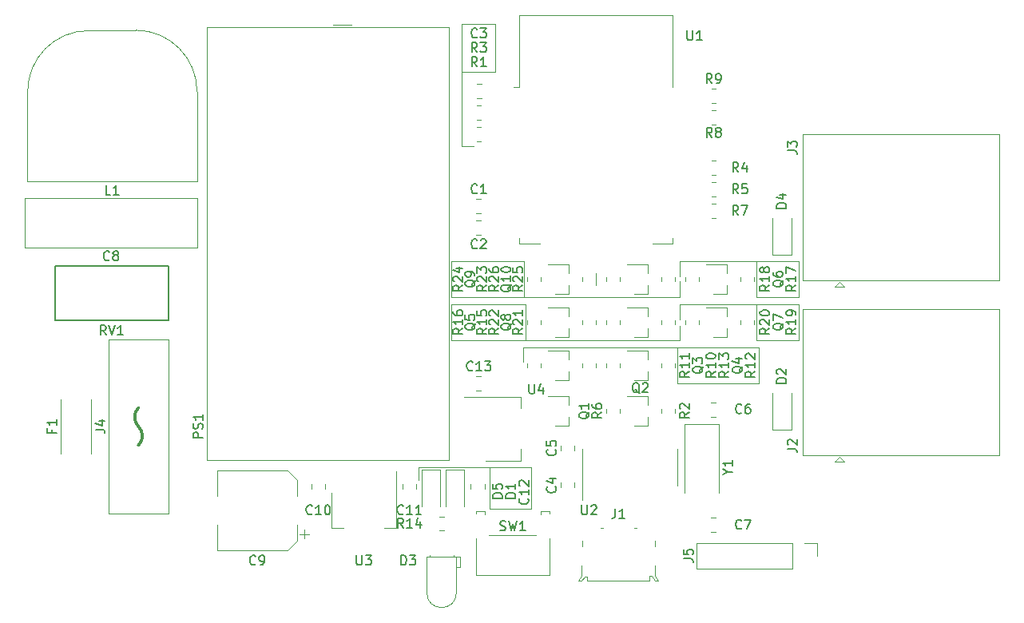
<source format=gbr>
%TF.GenerationSoftware,KiCad,Pcbnew,(5.1.9)-1*%
%TF.CreationDate,2022-09-19T23:43:11+03:00*%
%TF.ProjectId,ESP8266DevBoard,45535038-3236-4364-9465-76426f617264,1.1*%
%TF.SameCoordinates,Original*%
%TF.FileFunction,Legend,Top*%
%TF.FilePolarity,Positive*%
%FSLAX46Y46*%
G04 Gerber Fmt 4.6, Leading zero omitted, Abs format (unit mm)*
G04 Created by KiCad (PCBNEW (5.1.9)-1) date 2022-09-19 23:43:11*
%MOMM*%
%LPD*%
G01*
G04 APERTURE LIST*
%ADD10C,0.120000*%
%ADD11C,0.150000*%
%ADD12C,0.300000*%
G04 APERTURE END LIST*
D10*
X186690000Y-74930000D02*
X186690000Y-71120000D01*
X191135000Y-74930000D02*
X186690000Y-74930000D01*
X191135000Y-71120000D02*
X191135000Y-74930000D01*
X178562000Y-71120000D02*
X191135000Y-71120000D01*
X178562000Y-72771000D02*
X178562000Y-71120000D01*
X186690000Y-70358000D02*
X186690000Y-66548000D01*
X191135000Y-70358000D02*
X186690000Y-70358000D01*
X191135000Y-66548000D02*
X191135000Y-70358000D01*
X178562000Y-66548000D02*
X191135000Y-66548000D01*
X178562000Y-68199000D02*
X178562000Y-66548000D01*
X178562000Y-70358000D02*
X178562000Y-68707000D01*
X154305000Y-70358000D02*
X178562000Y-70358000D01*
X154305000Y-66548000D02*
X154305000Y-70358000D01*
X162052000Y-66548000D02*
X154305000Y-66548000D01*
X162052000Y-70358000D02*
X162052000Y-66548000D01*
X162179000Y-71120000D02*
X162179000Y-74930000D01*
X154305000Y-71120000D02*
X162179000Y-71120000D01*
X154305000Y-74930000D02*
X154305000Y-71120000D01*
X178562000Y-74930000D02*
X154305000Y-74930000D01*
X178562000Y-73406000D02*
X178562000Y-74930000D01*
X178308000Y-79502000D02*
X178308000Y-75692000D01*
X186944000Y-79502000D02*
X178308000Y-79502000D01*
X186944000Y-75692000D02*
X186944000Y-79502000D01*
X161925000Y-75692000D02*
X186944000Y-75692000D01*
X161925000Y-77216000D02*
X161925000Y-75692000D01*
X158369000Y-92837000D02*
X158369000Y-88392000D01*
X162814000Y-92837000D02*
X158369000Y-92837000D01*
X162814000Y-88392000D02*
X162814000Y-92837000D01*
X150876000Y-88392000D02*
X162814000Y-88392000D01*
X150876000Y-89789000D02*
X150876000Y-88392000D01*
X155448000Y-46482000D02*
X155448000Y-41402000D01*
X155448000Y-54356000D02*
X156718000Y-54356000D01*
X155448000Y-54102000D02*
X155448000Y-54356000D01*
X155448000Y-46482000D02*
X155448000Y-54102000D01*
X159004000Y-46482000D02*
X155448000Y-46482000D01*
X159004000Y-41402000D02*
X159004000Y-46482000D01*
X155448000Y-41402000D02*
X159004000Y-41402000D01*
X169672000Y-67818000D02*
X169672000Y-69088000D01*
%TO.C,J5*%
X180280000Y-96460000D02*
X180280000Y-99120000D01*
X190500000Y-96460000D02*
X180280000Y-96460000D01*
X190500000Y-99120000D02*
X180280000Y-99120000D01*
X190500000Y-96460000D02*
X190500000Y-99120000D01*
X191770000Y-96460000D02*
X193100000Y-96460000D01*
X193100000Y-96460000D02*
X193100000Y-97790000D01*
%TO.C,U4*%
X155666000Y-80918000D02*
X161676000Y-80918000D01*
X157916000Y-87738000D02*
X161676000Y-87738000D01*
X161676000Y-80918000D02*
X161676000Y-82178000D01*
X161676000Y-87738000D02*
X161676000Y-86478000D01*
%TO.C,R26*%
X170715000Y-68225936D02*
X170715000Y-68680064D01*
X172185000Y-68225936D02*
X172185000Y-68680064D01*
%TO.C,R25*%
X178027000Y-68680064D02*
X178027000Y-68225936D01*
X176557000Y-68680064D02*
X176557000Y-68225936D01*
%TO.C,R24*%
X162333000Y-68225936D02*
X162333000Y-68680064D01*
X163803000Y-68225936D02*
X163803000Y-68680064D01*
%TO.C,R23*%
X169645000Y-68680064D02*
X169645000Y-68225936D01*
X168175000Y-68680064D02*
X168175000Y-68225936D01*
%TO.C,R22*%
X170715000Y-72797936D02*
X170715000Y-73252064D01*
X172185000Y-72797936D02*
X172185000Y-73252064D01*
%TO.C,R21*%
X176557000Y-72797936D02*
X176557000Y-73252064D01*
X178027000Y-72797936D02*
X178027000Y-73252064D01*
%TO.C,R20*%
X179097000Y-72797936D02*
X179097000Y-73252064D01*
X180567000Y-72797936D02*
X180567000Y-73252064D01*
%TO.C,R19*%
X184939000Y-72797936D02*
X184939000Y-73252064D01*
X186409000Y-72797936D02*
X186409000Y-73252064D01*
%TO.C,Q10*%
X175131000Y-70033000D02*
X173671000Y-70033000D01*
X175131000Y-66873000D02*
X172971000Y-66873000D01*
X175131000Y-66873000D02*
X175131000Y-67803000D01*
X175131000Y-70033000D02*
X175131000Y-69103000D01*
%TO.C,Q9*%
X166749000Y-70033000D02*
X165289000Y-70033000D01*
X166749000Y-66873000D02*
X164589000Y-66873000D01*
X166749000Y-66873000D02*
X166749000Y-67803000D01*
X166749000Y-70033000D02*
X166749000Y-69103000D01*
%TO.C,Q8*%
X175131000Y-74605000D02*
X173671000Y-74605000D01*
X175131000Y-71445000D02*
X172971000Y-71445000D01*
X175131000Y-71445000D02*
X175131000Y-72375000D01*
X175131000Y-74605000D02*
X175131000Y-73675000D01*
%TO.C,Q7*%
X183513000Y-74605000D02*
X182053000Y-74605000D01*
X183513000Y-71445000D02*
X181353000Y-71445000D01*
X183513000Y-71445000D02*
X183513000Y-72375000D01*
X183513000Y-74605000D02*
X183513000Y-73675000D01*
%TO.C,J3*%
X195953000Y-69278000D02*
X195453000Y-68778000D01*
X194953000Y-69278000D02*
X195953000Y-69278000D01*
X195453000Y-68778000D02*
X194953000Y-69278000D01*
X212373000Y-68593000D02*
X212373000Y-53073000D01*
X191573000Y-53073000D02*
X212373000Y-53073000D01*
X191573000Y-53073000D02*
X191573000Y-68593000D01*
X191573000Y-68593000D02*
X212373000Y-68593000D01*
%TO.C,J2*%
X195953000Y-87820000D02*
X195453000Y-87320000D01*
X194953000Y-87820000D02*
X195953000Y-87820000D01*
X195453000Y-87320000D02*
X194953000Y-87820000D01*
X212373000Y-87135000D02*
X212373000Y-71615000D01*
X191573000Y-71615000D02*
X212373000Y-71615000D01*
X191573000Y-71615000D02*
X191573000Y-87135000D01*
X191573000Y-87135000D02*
X212373000Y-87135000D01*
%TO.C,Y1*%
X179048000Y-83842000D02*
X179048000Y-91092000D01*
X182648000Y-83842000D02*
X179048000Y-83842000D01*
X182648000Y-91092000D02*
X182648000Y-83842000D01*
%TO.C,U3*%
X148444000Y-88864000D02*
X148444000Y-94874000D01*
X141624000Y-91114000D02*
X141624000Y-94874000D01*
X148444000Y-94874000D02*
X147184000Y-94874000D01*
X141624000Y-94874000D02*
X142884000Y-94874000D01*
%TO.C,U2*%
X168168000Y-88392000D02*
X168168000Y-91842000D01*
X168168000Y-88392000D02*
X168168000Y-86442000D01*
X178288000Y-88392000D02*
X178288000Y-90342000D01*
X178288000Y-88392000D02*
X178288000Y-86442000D01*
%TO.C,U1*%
X161552000Y-48078000D02*
X160942000Y-48078000D01*
X161552000Y-48078000D02*
X161552000Y-40458000D01*
X161552000Y-64698000D02*
X161552000Y-64078000D01*
X163672000Y-64698000D02*
X161552000Y-64698000D01*
X177792000Y-64698000D02*
X175672000Y-64698000D01*
X177792000Y-64078000D02*
X177792000Y-64698000D01*
X177792000Y-40458000D02*
X177792000Y-48078000D01*
X161552000Y-40458000D02*
X177792000Y-40458000D01*
%TO.C,SW1*%
X164688000Y-93335000D02*
X164688000Y-93035000D01*
X163798000Y-93035000D02*
X163798000Y-93385000D01*
X163798000Y-93035000D02*
X164688000Y-93035000D01*
X163308000Y-95585000D02*
X158328000Y-95585000D01*
X164688000Y-99825000D02*
X164688000Y-95975000D01*
X156948000Y-99825000D02*
X164688000Y-99825000D01*
X156948000Y-95975000D02*
X156948000Y-99825000D01*
X156948000Y-93335000D02*
X156948000Y-93035000D01*
X156948000Y-93035000D02*
X157838000Y-93035000D01*
X157838000Y-93035000D02*
X157838000Y-93385000D01*
D11*
%TO.C,RV1*%
X112304000Y-67030000D02*
X112304000Y-72830000D01*
X124304000Y-67030000D02*
X124304000Y-72830000D01*
X112304000Y-67030000D02*
X124304000Y-67030000D01*
X112304000Y-72830000D02*
X124304000Y-72830000D01*
D10*
%TO.C,R18*%
X179097000Y-68225936D02*
X179097000Y-68680064D01*
X180567000Y-68225936D02*
X180567000Y-68680064D01*
%TO.C,R17*%
X186409000Y-68680064D02*
X186409000Y-68225936D01*
X184939000Y-68680064D02*
X184939000Y-68225936D01*
%TO.C,R16*%
X162333000Y-72797936D02*
X162333000Y-73252064D01*
X163803000Y-72797936D02*
X163803000Y-73252064D01*
%TO.C,R15*%
X168175000Y-72797936D02*
X168175000Y-73252064D01*
X169645000Y-72797936D02*
X169645000Y-73252064D01*
%TO.C,R14*%
X153061936Y-95096000D02*
X153516064Y-95096000D01*
X153061936Y-93626000D02*
X153516064Y-93626000D01*
%TO.C,R13*%
X170715000Y-77369936D02*
X170715000Y-77824064D01*
X172185000Y-77369936D02*
X172185000Y-77824064D01*
%TO.C,R12*%
X176557000Y-77369936D02*
X176557000Y-77824064D01*
X178027000Y-77369936D02*
X178027000Y-77824064D01*
%TO.C,R11*%
X162333000Y-77369936D02*
X162333000Y-77824064D01*
X163803000Y-77369936D02*
X163803000Y-77824064D01*
%TO.C,R10*%
X168175000Y-77369936D02*
X168175000Y-77824064D01*
X169645000Y-77369936D02*
X169645000Y-77824064D01*
%TO.C,R9*%
X182345064Y-48287000D02*
X181890936Y-48287000D01*
X182345064Y-49757000D02*
X181890936Y-49757000D01*
%TO.C,R8*%
X182345064Y-50573000D02*
X181890936Y-50573000D01*
X182345064Y-52043000D02*
X181890936Y-52043000D01*
%TO.C,R7*%
X182345064Y-60479000D02*
X181890936Y-60479000D01*
X182345064Y-61949000D02*
X181890936Y-61949000D01*
%TO.C,R6*%
X172185000Y-82650064D02*
X172185000Y-82195936D01*
X170715000Y-82650064D02*
X170715000Y-82195936D01*
%TO.C,R5*%
X182345064Y-58193000D02*
X181890936Y-58193000D01*
X182345064Y-59663000D02*
X181890936Y-59663000D01*
%TO.C,R4*%
X182345064Y-55907000D02*
X181890936Y-55907000D01*
X182345064Y-57377000D02*
X181890936Y-57377000D01*
%TO.C,R3*%
X156998936Y-51535000D02*
X157453064Y-51535000D01*
X156998936Y-50065000D02*
X157453064Y-50065000D01*
%TO.C,R2*%
X178027000Y-82650064D02*
X178027000Y-82195936D01*
X176557000Y-82650064D02*
X176557000Y-82195936D01*
%TO.C,R1*%
X156998936Y-53821000D02*
X157453064Y-53821000D01*
X156998936Y-52351000D02*
X157453064Y-52351000D01*
%TO.C,Q6*%
X183513000Y-70033000D02*
X182053000Y-70033000D01*
X183513000Y-66873000D02*
X181353000Y-66873000D01*
X183513000Y-66873000D02*
X183513000Y-67803000D01*
X183513000Y-70033000D02*
X183513000Y-69103000D01*
%TO.C,Q5*%
X166749000Y-74605000D02*
X165289000Y-74605000D01*
X166749000Y-71445000D02*
X164589000Y-71445000D01*
X166749000Y-71445000D02*
X166749000Y-72375000D01*
X166749000Y-74605000D02*
X166749000Y-73675000D01*
%TO.C,Q4*%
X175131000Y-79177000D02*
X173671000Y-79177000D01*
X175131000Y-76017000D02*
X172971000Y-76017000D01*
X175131000Y-76017000D02*
X175131000Y-76947000D01*
X175131000Y-79177000D02*
X175131000Y-78247000D01*
%TO.C,Q3*%
X166749000Y-79177000D02*
X165289000Y-79177000D01*
X166749000Y-76017000D02*
X164589000Y-76017000D01*
X166749000Y-76017000D02*
X166749000Y-76947000D01*
X166749000Y-79177000D02*
X166749000Y-78247000D01*
%TO.C,Q2*%
X175131000Y-84003000D02*
X173671000Y-84003000D01*
X175131000Y-80843000D02*
X172971000Y-80843000D01*
X175131000Y-80843000D02*
X175131000Y-81773000D01*
X175131000Y-84003000D02*
X175131000Y-83073000D01*
%TO.C,Q1*%
X166749000Y-84003000D02*
X165289000Y-84003000D01*
X166749000Y-80843000D02*
X164589000Y-80843000D01*
X166749000Y-80843000D02*
X166749000Y-81773000D01*
X166749000Y-84003000D02*
X166749000Y-83073000D01*
%TO.C,PS1*%
X154048000Y-41766000D02*
X128448000Y-41766000D01*
X128448000Y-41766000D02*
X128448000Y-87666000D01*
X154048000Y-41766000D02*
X154048000Y-87666000D01*
X154048000Y-87666000D02*
X128448000Y-87666000D01*
X143748000Y-41466000D02*
X141748000Y-41466000D01*
%TO.C,L1*%
X115864000Y-42070000D02*
X120864000Y-42070000D01*
X127364000Y-48570000D02*
X127364000Y-58070000D01*
X127364000Y-58070000D02*
X109364000Y-58070000D01*
X109364000Y-58070000D02*
X109364000Y-48570000D01*
X120864000Y-42070000D02*
G75*
G02*
X127364000Y-48570000I0J-6500000D01*
G01*
X109414000Y-48570000D02*
G75*
G02*
X115864000Y-42120000I6450000J0D01*
G01*
%TO.C,J4*%
X124358000Y-93274000D02*
X117958000Y-93274000D01*
X124358000Y-74874000D02*
X124358000Y-93274000D01*
X117958000Y-74874000D02*
X124358000Y-74874000D01*
X117958000Y-93274000D02*
X117958000Y-74874000D01*
D12*
X121158001Y-84073999D02*
G75*
G02*
X121158001Y-82074001I999999J999999D01*
G01*
X121157999Y-84074001D02*
G75*
G02*
X121157999Y-86073999I-999999J-999999D01*
G01*
D10*
%TO.C,J1*%
X175901500Y-99949000D02*
X175901500Y-98806000D01*
X168154500Y-99949000D02*
X168154500Y-98806000D01*
X175901500Y-100457000D02*
X176282500Y-100457000D01*
X176282500Y-100457000D02*
X175901500Y-99949000D01*
X175330000Y-100457000D02*
X175330000Y-99949000D01*
X175330000Y-99949000D02*
X175584000Y-99949000D01*
X175584000Y-99949000D02*
X175901500Y-100457000D01*
X168726000Y-100457000D02*
X168726000Y-100012500D01*
X168726000Y-100012500D02*
X168472000Y-100012500D01*
X168472000Y-100012500D02*
X168154500Y-100457000D01*
X168154500Y-100457000D02*
X167900500Y-100457000D01*
X167900500Y-100457000D02*
X167773500Y-100457000D01*
X167773500Y-100457000D02*
X168154500Y-99949000D01*
X168728000Y-100440000D02*
X175328000Y-100440000D01*
X175878000Y-96190000D02*
X175878000Y-96774000D01*
X173679000Y-94869000D02*
X173928000Y-94869000D01*
X170128000Y-94869000D02*
X170377000Y-94869000D01*
X168178000Y-96190000D02*
X168178000Y-96774000D01*
%TO.C,F1*%
X116154000Y-81174000D02*
X116154000Y-86974000D01*
X112954000Y-86974000D02*
X112954000Y-81174000D01*
%TO.C,D5*%
X153146000Y-88682000D02*
X153146000Y-92582000D01*
X151146000Y-88682000D02*
X151146000Y-92582000D01*
X153146000Y-88682000D02*
X151146000Y-88682000D01*
%TO.C,D4*%
X188357000Y-65877000D02*
X188357000Y-61977000D01*
X190357000Y-65877000D02*
X190357000Y-61977000D01*
X188357000Y-65877000D02*
X190357000Y-65877000D01*
%TO.C,D3*%
X154559000Y-97727000D02*
X154559000Y-97727000D01*
X154559000Y-97857000D02*
X154559000Y-97727000D01*
X154559000Y-97857000D02*
X154559000Y-97857000D01*
X154559000Y-97727000D02*
X154559000Y-97857000D01*
X152019000Y-97727000D02*
X152019000Y-97727000D01*
X152019000Y-97857000D02*
X152019000Y-97727000D01*
X152019000Y-97857000D02*
X152019000Y-97857000D01*
X152019000Y-97727000D02*
X152019000Y-97857000D01*
X154849000Y-97857000D02*
X155249000Y-97857000D01*
X154849000Y-98977000D02*
X154849000Y-97857000D01*
X155249000Y-98977000D02*
X154849000Y-98977000D01*
X155249000Y-97857000D02*
X155249000Y-98977000D01*
X151729000Y-97857000D02*
X154849000Y-97857000D01*
X154849000Y-97857000D02*
X154849000Y-101717000D01*
X151729000Y-97857000D02*
X151729000Y-101717000D01*
X154849000Y-101717000D02*
G75*
G02*
X151729000Y-101717000I-1560000J0D01*
G01*
%TO.C,D2*%
X188357000Y-84419000D02*
X188357000Y-80519000D01*
X190357000Y-84419000D02*
X190357000Y-80519000D01*
X188357000Y-84419000D02*
X190357000Y-84419000D01*
%TO.C,D1*%
X155686000Y-88682000D02*
X155686000Y-92582000D01*
X153686000Y-88682000D02*
X153686000Y-92582000D01*
X155686000Y-88682000D02*
X153686000Y-88682000D01*
%TO.C,C13*%
X157487252Y-78767000D02*
X156964748Y-78767000D01*
X157487252Y-80237000D02*
X156964748Y-80237000D01*
%TO.C,C12*%
X156364000Y-90162748D02*
X156364000Y-90685252D01*
X157834000Y-90162748D02*
X157834000Y-90685252D01*
%TO.C,C11*%
X150595000Y-90685252D02*
X150595000Y-90162748D01*
X149125000Y-90685252D02*
X149125000Y-90162748D01*
%TO.C,C10*%
X139473000Y-90162748D02*
X139473000Y-90685252D01*
X140943000Y-90162748D02*
X140943000Y-90685252D01*
%TO.C,C9*%
X138731000Y-95974000D02*
X138731000Y-94974000D01*
X139231000Y-95474000D02*
X138231000Y-95474000D01*
X137991000Y-89768437D02*
X136926563Y-88704000D01*
X137991000Y-96159563D02*
X136926563Y-97224000D01*
X137991000Y-96159563D02*
X137991000Y-94474000D01*
X137991000Y-89768437D02*
X137991000Y-91454000D01*
X136926563Y-88704000D02*
X129471000Y-88704000D01*
X136926563Y-97224000D02*
X129471000Y-97224000D01*
X129471000Y-97224000D02*
X129471000Y-94474000D01*
X129471000Y-88704000D02*
X129471000Y-91454000D01*
%TO.C,C8*%
X127364000Y-59864000D02*
X127364000Y-65104000D01*
X109124000Y-59864000D02*
X109124000Y-65104000D01*
X109124000Y-65104000D02*
X127364000Y-65104000D01*
X109124000Y-59864000D02*
X127364000Y-59864000D01*
%TO.C,C7*%
X181856748Y-95223000D02*
X182379252Y-95223000D01*
X181856748Y-93753000D02*
X182379252Y-93753000D01*
%TO.C,C6*%
X181856748Y-83031000D02*
X182379252Y-83031000D01*
X181856748Y-81561000D02*
X182379252Y-81561000D01*
%TO.C,C5*%
X167359000Y-86621252D02*
X167359000Y-86098748D01*
X165889000Y-86621252D02*
X165889000Y-86098748D01*
%TO.C,C4*%
X165889000Y-90035748D02*
X165889000Y-90558252D01*
X167359000Y-90035748D02*
X167359000Y-90558252D01*
%TO.C,C3*%
X157508752Y-47779000D02*
X156986248Y-47779000D01*
X157508752Y-49249000D02*
X156986248Y-49249000D01*
%TO.C,C2*%
X157487252Y-62257000D02*
X156964748Y-62257000D01*
X157487252Y-63727000D02*
X156964748Y-63727000D01*
%TO.C,C1*%
X156964748Y-61441000D02*
X157487252Y-61441000D01*
X156964748Y-59971000D02*
X157487252Y-59971000D01*
%TO.C,J5*%
D11*
X178952380Y-98083333D02*
X179666666Y-98083333D01*
X179809523Y-98130952D01*
X179904761Y-98226190D01*
X179952380Y-98369047D01*
X179952380Y-98464285D01*
X178952380Y-97130952D02*
X178952380Y-97607142D01*
X179428571Y-97654761D01*
X179380952Y-97607142D01*
X179333333Y-97511904D01*
X179333333Y-97273809D01*
X179380952Y-97178571D01*
X179428571Y-97130952D01*
X179523809Y-97083333D01*
X179761904Y-97083333D01*
X179857142Y-97130952D01*
X179904761Y-97178571D01*
X179952380Y-97273809D01*
X179952380Y-97511904D01*
X179904761Y-97607142D01*
X179857142Y-97654761D01*
%TO.C,U4*%
X162560095Y-79589380D02*
X162560095Y-80398904D01*
X162607714Y-80494142D01*
X162655333Y-80541761D01*
X162750571Y-80589380D01*
X162941047Y-80589380D01*
X163036285Y-80541761D01*
X163083904Y-80494142D01*
X163131523Y-80398904D01*
X163131523Y-79589380D01*
X164036285Y-79922714D02*
X164036285Y-80589380D01*
X163798190Y-79541761D02*
X163560095Y-80256047D01*
X164179142Y-80256047D01*
%TO.C,R26*%
X159329380Y-69095857D02*
X158853190Y-69429190D01*
X159329380Y-69667285D02*
X158329380Y-69667285D01*
X158329380Y-69286333D01*
X158377000Y-69191095D01*
X158424619Y-69143476D01*
X158519857Y-69095857D01*
X158662714Y-69095857D01*
X158757952Y-69143476D01*
X158805571Y-69191095D01*
X158853190Y-69286333D01*
X158853190Y-69667285D01*
X158424619Y-68714904D02*
X158377000Y-68667285D01*
X158329380Y-68572047D01*
X158329380Y-68333952D01*
X158377000Y-68238714D01*
X158424619Y-68191095D01*
X158519857Y-68143476D01*
X158615095Y-68143476D01*
X158757952Y-68191095D01*
X159329380Y-68762523D01*
X159329380Y-68143476D01*
X158329380Y-67286333D02*
X158329380Y-67476809D01*
X158377000Y-67572047D01*
X158424619Y-67619666D01*
X158567476Y-67714904D01*
X158757952Y-67762523D01*
X159138904Y-67762523D01*
X159234142Y-67714904D01*
X159281761Y-67667285D01*
X159329380Y-67572047D01*
X159329380Y-67381571D01*
X159281761Y-67286333D01*
X159234142Y-67238714D01*
X159138904Y-67191095D01*
X158900809Y-67191095D01*
X158805571Y-67238714D01*
X158757952Y-67286333D01*
X158710333Y-67381571D01*
X158710333Y-67572047D01*
X158757952Y-67667285D01*
X158805571Y-67714904D01*
X158900809Y-67762523D01*
%TO.C,R25*%
X161869380Y-69095857D02*
X161393190Y-69429190D01*
X161869380Y-69667285D02*
X160869380Y-69667285D01*
X160869380Y-69286333D01*
X160917000Y-69191095D01*
X160964619Y-69143476D01*
X161059857Y-69095857D01*
X161202714Y-69095857D01*
X161297952Y-69143476D01*
X161345571Y-69191095D01*
X161393190Y-69286333D01*
X161393190Y-69667285D01*
X160964619Y-68714904D02*
X160917000Y-68667285D01*
X160869380Y-68572047D01*
X160869380Y-68333952D01*
X160917000Y-68238714D01*
X160964619Y-68191095D01*
X161059857Y-68143476D01*
X161155095Y-68143476D01*
X161297952Y-68191095D01*
X161869380Y-68762523D01*
X161869380Y-68143476D01*
X160869380Y-67238714D02*
X160869380Y-67714904D01*
X161345571Y-67762523D01*
X161297952Y-67714904D01*
X161250333Y-67619666D01*
X161250333Y-67381571D01*
X161297952Y-67286333D01*
X161345571Y-67238714D01*
X161440809Y-67191095D01*
X161678904Y-67191095D01*
X161774142Y-67238714D01*
X161821761Y-67286333D01*
X161869380Y-67381571D01*
X161869380Y-67619666D01*
X161821761Y-67714904D01*
X161774142Y-67762523D01*
%TO.C,R24*%
X155519380Y-69095857D02*
X155043190Y-69429190D01*
X155519380Y-69667285D02*
X154519380Y-69667285D01*
X154519380Y-69286333D01*
X154567000Y-69191095D01*
X154614619Y-69143476D01*
X154709857Y-69095857D01*
X154852714Y-69095857D01*
X154947952Y-69143476D01*
X154995571Y-69191095D01*
X155043190Y-69286333D01*
X155043190Y-69667285D01*
X154614619Y-68714904D02*
X154567000Y-68667285D01*
X154519380Y-68572047D01*
X154519380Y-68333952D01*
X154567000Y-68238714D01*
X154614619Y-68191095D01*
X154709857Y-68143476D01*
X154805095Y-68143476D01*
X154947952Y-68191095D01*
X155519380Y-68762523D01*
X155519380Y-68143476D01*
X154852714Y-67286333D02*
X155519380Y-67286333D01*
X154471761Y-67524428D02*
X155186047Y-67762523D01*
X155186047Y-67143476D01*
%TO.C,R23*%
X158059380Y-69095857D02*
X157583190Y-69429190D01*
X158059380Y-69667285D02*
X157059380Y-69667285D01*
X157059380Y-69286333D01*
X157107000Y-69191095D01*
X157154619Y-69143476D01*
X157249857Y-69095857D01*
X157392714Y-69095857D01*
X157487952Y-69143476D01*
X157535571Y-69191095D01*
X157583190Y-69286333D01*
X157583190Y-69667285D01*
X157154619Y-68714904D02*
X157107000Y-68667285D01*
X157059380Y-68572047D01*
X157059380Y-68333952D01*
X157107000Y-68238714D01*
X157154619Y-68191095D01*
X157249857Y-68143476D01*
X157345095Y-68143476D01*
X157487952Y-68191095D01*
X158059380Y-68762523D01*
X158059380Y-68143476D01*
X157059380Y-67810142D02*
X157059380Y-67191095D01*
X157440333Y-67524428D01*
X157440333Y-67381571D01*
X157487952Y-67286333D01*
X157535571Y-67238714D01*
X157630809Y-67191095D01*
X157868904Y-67191095D01*
X157964142Y-67238714D01*
X158011761Y-67286333D01*
X158059380Y-67381571D01*
X158059380Y-67667285D01*
X158011761Y-67762523D01*
X157964142Y-67810142D01*
%TO.C,R22*%
X159329380Y-73667857D02*
X158853190Y-74001190D01*
X159329380Y-74239285D02*
X158329380Y-74239285D01*
X158329380Y-73858333D01*
X158377000Y-73763095D01*
X158424619Y-73715476D01*
X158519857Y-73667857D01*
X158662714Y-73667857D01*
X158757952Y-73715476D01*
X158805571Y-73763095D01*
X158853190Y-73858333D01*
X158853190Y-74239285D01*
X158424619Y-73286904D02*
X158377000Y-73239285D01*
X158329380Y-73144047D01*
X158329380Y-72905952D01*
X158377000Y-72810714D01*
X158424619Y-72763095D01*
X158519857Y-72715476D01*
X158615095Y-72715476D01*
X158757952Y-72763095D01*
X159329380Y-73334523D01*
X159329380Y-72715476D01*
X158424619Y-72334523D02*
X158377000Y-72286904D01*
X158329380Y-72191666D01*
X158329380Y-71953571D01*
X158377000Y-71858333D01*
X158424619Y-71810714D01*
X158519857Y-71763095D01*
X158615095Y-71763095D01*
X158757952Y-71810714D01*
X159329380Y-72382142D01*
X159329380Y-71763095D01*
%TO.C,R21*%
X161869380Y-73667857D02*
X161393190Y-74001190D01*
X161869380Y-74239285D02*
X160869380Y-74239285D01*
X160869380Y-73858333D01*
X160917000Y-73763095D01*
X160964619Y-73715476D01*
X161059857Y-73667857D01*
X161202714Y-73667857D01*
X161297952Y-73715476D01*
X161345571Y-73763095D01*
X161393190Y-73858333D01*
X161393190Y-74239285D01*
X160964619Y-73286904D02*
X160917000Y-73239285D01*
X160869380Y-73144047D01*
X160869380Y-72905952D01*
X160917000Y-72810714D01*
X160964619Y-72763095D01*
X161059857Y-72715476D01*
X161155095Y-72715476D01*
X161297952Y-72763095D01*
X161869380Y-73334523D01*
X161869380Y-72715476D01*
X161869380Y-71763095D02*
X161869380Y-72334523D01*
X161869380Y-72048809D02*
X160869380Y-72048809D01*
X161012238Y-72144047D01*
X161107476Y-72239285D01*
X161155095Y-72334523D01*
%TO.C,R20*%
X188031380Y-73667857D02*
X187555190Y-74001190D01*
X188031380Y-74239285D02*
X187031380Y-74239285D01*
X187031380Y-73858333D01*
X187079000Y-73763095D01*
X187126619Y-73715476D01*
X187221857Y-73667857D01*
X187364714Y-73667857D01*
X187459952Y-73715476D01*
X187507571Y-73763095D01*
X187555190Y-73858333D01*
X187555190Y-74239285D01*
X187126619Y-73286904D02*
X187079000Y-73239285D01*
X187031380Y-73144047D01*
X187031380Y-72905952D01*
X187079000Y-72810714D01*
X187126619Y-72763095D01*
X187221857Y-72715476D01*
X187317095Y-72715476D01*
X187459952Y-72763095D01*
X188031380Y-73334523D01*
X188031380Y-72715476D01*
X187031380Y-72096428D02*
X187031380Y-72001190D01*
X187079000Y-71905952D01*
X187126619Y-71858333D01*
X187221857Y-71810714D01*
X187412333Y-71763095D01*
X187650428Y-71763095D01*
X187840904Y-71810714D01*
X187936142Y-71858333D01*
X187983761Y-71905952D01*
X188031380Y-72001190D01*
X188031380Y-72096428D01*
X187983761Y-72191666D01*
X187936142Y-72239285D01*
X187840904Y-72286904D01*
X187650428Y-72334523D01*
X187412333Y-72334523D01*
X187221857Y-72286904D01*
X187126619Y-72239285D01*
X187079000Y-72191666D01*
X187031380Y-72096428D01*
%TO.C,R19*%
X190825380Y-73667857D02*
X190349190Y-74001190D01*
X190825380Y-74239285D02*
X189825380Y-74239285D01*
X189825380Y-73858333D01*
X189873000Y-73763095D01*
X189920619Y-73715476D01*
X190015857Y-73667857D01*
X190158714Y-73667857D01*
X190253952Y-73715476D01*
X190301571Y-73763095D01*
X190349190Y-73858333D01*
X190349190Y-74239285D01*
X190825380Y-72715476D02*
X190825380Y-73286904D01*
X190825380Y-73001190D02*
X189825380Y-73001190D01*
X189968238Y-73096428D01*
X190063476Y-73191666D01*
X190111095Y-73286904D01*
X190825380Y-72239285D02*
X190825380Y-72048809D01*
X190777761Y-71953571D01*
X190730142Y-71905952D01*
X190587285Y-71810714D01*
X190396809Y-71763095D01*
X190015857Y-71763095D01*
X189920619Y-71810714D01*
X189873000Y-71858333D01*
X189825380Y-71953571D01*
X189825380Y-72144047D01*
X189873000Y-72239285D01*
X189920619Y-72286904D01*
X190015857Y-72334523D01*
X190253952Y-72334523D01*
X190349190Y-72286904D01*
X190396809Y-72239285D01*
X190444428Y-72144047D01*
X190444428Y-71953571D01*
X190396809Y-71858333D01*
X190349190Y-71810714D01*
X190253952Y-71763095D01*
%TO.C,Q10*%
X160694619Y-69024428D02*
X160647000Y-69119666D01*
X160551761Y-69214904D01*
X160408904Y-69357761D01*
X160361285Y-69453000D01*
X160361285Y-69548238D01*
X160599380Y-69500619D02*
X160551761Y-69595857D01*
X160456523Y-69691095D01*
X160266047Y-69738714D01*
X159932714Y-69738714D01*
X159742238Y-69691095D01*
X159647000Y-69595857D01*
X159599380Y-69500619D01*
X159599380Y-69310142D01*
X159647000Y-69214904D01*
X159742238Y-69119666D01*
X159932714Y-69072047D01*
X160266047Y-69072047D01*
X160456523Y-69119666D01*
X160551761Y-69214904D01*
X160599380Y-69310142D01*
X160599380Y-69500619D01*
X160599380Y-68119666D02*
X160599380Y-68691095D01*
X160599380Y-68405380D02*
X159599380Y-68405380D01*
X159742238Y-68500619D01*
X159837476Y-68595857D01*
X159885095Y-68691095D01*
X159599380Y-67500619D02*
X159599380Y-67405380D01*
X159647000Y-67310142D01*
X159694619Y-67262523D01*
X159789857Y-67214904D01*
X159980333Y-67167285D01*
X160218428Y-67167285D01*
X160408904Y-67214904D01*
X160504142Y-67262523D01*
X160551761Y-67310142D01*
X160599380Y-67405380D01*
X160599380Y-67500619D01*
X160551761Y-67595857D01*
X160504142Y-67643476D01*
X160408904Y-67691095D01*
X160218428Y-67738714D01*
X159980333Y-67738714D01*
X159789857Y-67691095D01*
X159694619Y-67643476D01*
X159647000Y-67595857D01*
X159599380Y-67500619D01*
%TO.C,Q9*%
X156884619Y-68548238D02*
X156837000Y-68643476D01*
X156741761Y-68738714D01*
X156598904Y-68881571D01*
X156551285Y-68976809D01*
X156551285Y-69072047D01*
X156789380Y-69024428D02*
X156741761Y-69119666D01*
X156646523Y-69214904D01*
X156456047Y-69262523D01*
X156122714Y-69262523D01*
X155932238Y-69214904D01*
X155837000Y-69119666D01*
X155789380Y-69024428D01*
X155789380Y-68833952D01*
X155837000Y-68738714D01*
X155932238Y-68643476D01*
X156122714Y-68595857D01*
X156456047Y-68595857D01*
X156646523Y-68643476D01*
X156741761Y-68738714D01*
X156789380Y-68833952D01*
X156789380Y-69024428D01*
X156789380Y-68119666D02*
X156789380Y-67929190D01*
X156741761Y-67833952D01*
X156694142Y-67786333D01*
X156551285Y-67691095D01*
X156360809Y-67643476D01*
X155979857Y-67643476D01*
X155884619Y-67691095D01*
X155837000Y-67738714D01*
X155789380Y-67833952D01*
X155789380Y-68024428D01*
X155837000Y-68119666D01*
X155884619Y-68167285D01*
X155979857Y-68214904D01*
X156217952Y-68214904D01*
X156313190Y-68167285D01*
X156360809Y-68119666D01*
X156408428Y-68024428D01*
X156408428Y-67833952D01*
X156360809Y-67738714D01*
X156313190Y-67691095D01*
X156217952Y-67643476D01*
%TO.C,Q8*%
X160694619Y-73120238D02*
X160647000Y-73215476D01*
X160551761Y-73310714D01*
X160408904Y-73453571D01*
X160361285Y-73548809D01*
X160361285Y-73644047D01*
X160599380Y-73596428D02*
X160551761Y-73691666D01*
X160456523Y-73786904D01*
X160266047Y-73834523D01*
X159932714Y-73834523D01*
X159742238Y-73786904D01*
X159647000Y-73691666D01*
X159599380Y-73596428D01*
X159599380Y-73405952D01*
X159647000Y-73310714D01*
X159742238Y-73215476D01*
X159932714Y-73167857D01*
X160266047Y-73167857D01*
X160456523Y-73215476D01*
X160551761Y-73310714D01*
X160599380Y-73405952D01*
X160599380Y-73596428D01*
X160027952Y-72596428D02*
X159980333Y-72691666D01*
X159932714Y-72739285D01*
X159837476Y-72786904D01*
X159789857Y-72786904D01*
X159694619Y-72739285D01*
X159647000Y-72691666D01*
X159599380Y-72596428D01*
X159599380Y-72405952D01*
X159647000Y-72310714D01*
X159694619Y-72263095D01*
X159789857Y-72215476D01*
X159837476Y-72215476D01*
X159932714Y-72263095D01*
X159980333Y-72310714D01*
X160027952Y-72405952D01*
X160027952Y-72596428D01*
X160075571Y-72691666D01*
X160123190Y-72739285D01*
X160218428Y-72786904D01*
X160408904Y-72786904D01*
X160504142Y-72739285D01*
X160551761Y-72691666D01*
X160599380Y-72596428D01*
X160599380Y-72405952D01*
X160551761Y-72310714D01*
X160504142Y-72263095D01*
X160408904Y-72215476D01*
X160218428Y-72215476D01*
X160123190Y-72263095D01*
X160075571Y-72310714D01*
X160027952Y-72405952D01*
%TO.C,Q7*%
X189523619Y-73120238D02*
X189476000Y-73215476D01*
X189380761Y-73310714D01*
X189237904Y-73453571D01*
X189190285Y-73548809D01*
X189190285Y-73644047D01*
X189428380Y-73596428D02*
X189380761Y-73691666D01*
X189285523Y-73786904D01*
X189095047Y-73834523D01*
X188761714Y-73834523D01*
X188571238Y-73786904D01*
X188476000Y-73691666D01*
X188428380Y-73596428D01*
X188428380Y-73405952D01*
X188476000Y-73310714D01*
X188571238Y-73215476D01*
X188761714Y-73167857D01*
X189095047Y-73167857D01*
X189285523Y-73215476D01*
X189380761Y-73310714D01*
X189428380Y-73405952D01*
X189428380Y-73596428D01*
X188428380Y-72834523D02*
X188428380Y-72167857D01*
X189428380Y-72596428D01*
%TO.C,J3*%
X189952380Y-54816333D02*
X190666666Y-54816333D01*
X190809523Y-54863952D01*
X190904761Y-54959190D01*
X190952380Y-55102047D01*
X190952380Y-55197285D01*
X189952380Y-54435380D02*
X189952380Y-53816333D01*
X190333333Y-54149666D01*
X190333333Y-54006809D01*
X190380952Y-53911571D01*
X190428571Y-53863952D01*
X190523809Y-53816333D01*
X190761904Y-53816333D01*
X190857142Y-53863952D01*
X190904761Y-53911571D01*
X190952380Y-54006809D01*
X190952380Y-54292523D01*
X190904761Y-54387761D01*
X190857142Y-54435380D01*
%TO.C,J2*%
X189952380Y-86439333D02*
X190666666Y-86439333D01*
X190809523Y-86486952D01*
X190904761Y-86582190D01*
X190952380Y-86725047D01*
X190952380Y-86820285D01*
X190047619Y-86010761D02*
X190000000Y-85963142D01*
X189952380Y-85867904D01*
X189952380Y-85629809D01*
X190000000Y-85534571D01*
X190047619Y-85486952D01*
X190142857Y-85439333D01*
X190238095Y-85439333D01*
X190380952Y-85486952D01*
X190952380Y-86058380D01*
X190952380Y-85439333D01*
%TO.C,Y1*%
X183624190Y-88868190D02*
X184100380Y-88868190D01*
X183100380Y-89201523D02*
X183624190Y-88868190D01*
X183100380Y-88534857D01*
X184100380Y-87677714D02*
X184100380Y-88249142D01*
X184100380Y-87963428D02*
X183100380Y-87963428D01*
X183243238Y-88058666D01*
X183338476Y-88153904D01*
X183386095Y-88249142D01*
%TO.C,U3*%
X144272095Y-97750380D02*
X144272095Y-98559904D01*
X144319714Y-98655142D01*
X144367333Y-98702761D01*
X144462571Y-98750380D01*
X144653047Y-98750380D01*
X144748285Y-98702761D01*
X144795904Y-98655142D01*
X144843523Y-98559904D01*
X144843523Y-97750380D01*
X145224476Y-97750380D02*
X145843523Y-97750380D01*
X145510190Y-98131333D01*
X145653047Y-98131333D01*
X145748285Y-98178952D01*
X145795904Y-98226571D01*
X145843523Y-98321809D01*
X145843523Y-98559904D01*
X145795904Y-98655142D01*
X145748285Y-98702761D01*
X145653047Y-98750380D01*
X145367333Y-98750380D01*
X145272095Y-98702761D01*
X145224476Y-98655142D01*
%TO.C,U2*%
X168148095Y-92416380D02*
X168148095Y-93225904D01*
X168195714Y-93321142D01*
X168243333Y-93368761D01*
X168338571Y-93416380D01*
X168529047Y-93416380D01*
X168624285Y-93368761D01*
X168671904Y-93321142D01*
X168719523Y-93225904D01*
X168719523Y-92416380D01*
X169148095Y-92511619D02*
X169195714Y-92464000D01*
X169290952Y-92416380D01*
X169529047Y-92416380D01*
X169624285Y-92464000D01*
X169671904Y-92511619D01*
X169719523Y-92606857D01*
X169719523Y-92702095D01*
X169671904Y-92844952D01*
X169100476Y-93416380D01*
X169719523Y-93416380D01*
%TO.C,U1*%
X179324095Y-42124380D02*
X179324095Y-42933904D01*
X179371714Y-43029142D01*
X179419333Y-43076761D01*
X179514571Y-43124380D01*
X179705047Y-43124380D01*
X179800285Y-43076761D01*
X179847904Y-43029142D01*
X179895523Y-42933904D01*
X179895523Y-42124380D01*
X180895523Y-43124380D02*
X180324095Y-43124380D01*
X180609809Y-43124380D02*
X180609809Y-42124380D01*
X180514571Y-42267238D01*
X180419333Y-42362476D01*
X180324095Y-42410095D01*
%TO.C,SW1*%
X159484666Y-95059761D02*
X159627523Y-95107380D01*
X159865619Y-95107380D01*
X159960857Y-95059761D01*
X160008476Y-95012142D01*
X160056095Y-94916904D01*
X160056095Y-94821666D01*
X160008476Y-94726428D01*
X159960857Y-94678809D01*
X159865619Y-94631190D01*
X159675142Y-94583571D01*
X159579904Y-94535952D01*
X159532285Y-94488333D01*
X159484666Y-94393095D01*
X159484666Y-94297857D01*
X159532285Y-94202619D01*
X159579904Y-94155000D01*
X159675142Y-94107380D01*
X159913238Y-94107380D01*
X160056095Y-94155000D01*
X160389428Y-94107380D02*
X160627523Y-95107380D01*
X160818000Y-94393095D01*
X161008476Y-95107380D01*
X161246571Y-94107380D01*
X162151333Y-95107380D02*
X161579904Y-95107380D01*
X161865619Y-95107380D02*
X161865619Y-94107380D01*
X161770380Y-94250238D01*
X161675142Y-94345476D01*
X161579904Y-94393095D01*
%TO.C,RV1*%
X117708761Y-74366380D02*
X117375428Y-73890190D01*
X117137333Y-74366380D02*
X117137333Y-73366380D01*
X117518285Y-73366380D01*
X117613523Y-73414000D01*
X117661142Y-73461619D01*
X117708761Y-73556857D01*
X117708761Y-73699714D01*
X117661142Y-73794952D01*
X117613523Y-73842571D01*
X117518285Y-73890190D01*
X117137333Y-73890190D01*
X117994476Y-73366380D02*
X118327809Y-74366380D01*
X118661142Y-73366380D01*
X119518285Y-74366380D02*
X118946857Y-74366380D01*
X119232571Y-74366380D02*
X119232571Y-73366380D01*
X119137333Y-73509238D01*
X119042095Y-73604476D01*
X118946857Y-73652095D01*
%TO.C,R18*%
X188031380Y-69095857D02*
X187555190Y-69429190D01*
X188031380Y-69667285D02*
X187031380Y-69667285D01*
X187031380Y-69286333D01*
X187079000Y-69191095D01*
X187126619Y-69143476D01*
X187221857Y-69095857D01*
X187364714Y-69095857D01*
X187459952Y-69143476D01*
X187507571Y-69191095D01*
X187555190Y-69286333D01*
X187555190Y-69667285D01*
X188031380Y-68143476D02*
X188031380Y-68714904D01*
X188031380Y-68429190D02*
X187031380Y-68429190D01*
X187174238Y-68524428D01*
X187269476Y-68619666D01*
X187317095Y-68714904D01*
X187459952Y-67572047D02*
X187412333Y-67667285D01*
X187364714Y-67714904D01*
X187269476Y-67762523D01*
X187221857Y-67762523D01*
X187126619Y-67714904D01*
X187079000Y-67667285D01*
X187031380Y-67572047D01*
X187031380Y-67381571D01*
X187079000Y-67286333D01*
X187126619Y-67238714D01*
X187221857Y-67191095D01*
X187269476Y-67191095D01*
X187364714Y-67238714D01*
X187412333Y-67286333D01*
X187459952Y-67381571D01*
X187459952Y-67572047D01*
X187507571Y-67667285D01*
X187555190Y-67714904D01*
X187650428Y-67762523D01*
X187840904Y-67762523D01*
X187936142Y-67714904D01*
X187983761Y-67667285D01*
X188031380Y-67572047D01*
X188031380Y-67381571D01*
X187983761Y-67286333D01*
X187936142Y-67238714D01*
X187840904Y-67191095D01*
X187650428Y-67191095D01*
X187555190Y-67238714D01*
X187507571Y-67286333D01*
X187459952Y-67381571D01*
%TO.C,R17*%
X190825380Y-69095857D02*
X190349190Y-69429190D01*
X190825380Y-69667285D02*
X189825380Y-69667285D01*
X189825380Y-69286333D01*
X189873000Y-69191095D01*
X189920619Y-69143476D01*
X190015857Y-69095857D01*
X190158714Y-69095857D01*
X190253952Y-69143476D01*
X190301571Y-69191095D01*
X190349190Y-69286333D01*
X190349190Y-69667285D01*
X190825380Y-68143476D02*
X190825380Y-68714904D01*
X190825380Y-68429190D02*
X189825380Y-68429190D01*
X189968238Y-68524428D01*
X190063476Y-68619666D01*
X190111095Y-68714904D01*
X189825380Y-67810142D02*
X189825380Y-67143476D01*
X190825380Y-67572047D01*
%TO.C,R16*%
X155519380Y-73667857D02*
X155043190Y-74001190D01*
X155519380Y-74239285D02*
X154519380Y-74239285D01*
X154519380Y-73858333D01*
X154567000Y-73763095D01*
X154614619Y-73715476D01*
X154709857Y-73667857D01*
X154852714Y-73667857D01*
X154947952Y-73715476D01*
X154995571Y-73763095D01*
X155043190Y-73858333D01*
X155043190Y-74239285D01*
X155519380Y-72715476D02*
X155519380Y-73286904D01*
X155519380Y-73001190D02*
X154519380Y-73001190D01*
X154662238Y-73096428D01*
X154757476Y-73191666D01*
X154805095Y-73286904D01*
X154519380Y-71858333D02*
X154519380Y-72048809D01*
X154567000Y-72144047D01*
X154614619Y-72191666D01*
X154757476Y-72286904D01*
X154947952Y-72334523D01*
X155328904Y-72334523D01*
X155424142Y-72286904D01*
X155471761Y-72239285D01*
X155519380Y-72144047D01*
X155519380Y-71953571D01*
X155471761Y-71858333D01*
X155424142Y-71810714D01*
X155328904Y-71763095D01*
X155090809Y-71763095D01*
X154995571Y-71810714D01*
X154947952Y-71858333D01*
X154900333Y-71953571D01*
X154900333Y-72144047D01*
X154947952Y-72239285D01*
X154995571Y-72286904D01*
X155090809Y-72334523D01*
%TO.C,R15*%
X158059380Y-73667857D02*
X157583190Y-74001190D01*
X158059380Y-74239285D02*
X157059380Y-74239285D01*
X157059380Y-73858333D01*
X157107000Y-73763095D01*
X157154619Y-73715476D01*
X157249857Y-73667857D01*
X157392714Y-73667857D01*
X157487952Y-73715476D01*
X157535571Y-73763095D01*
X157583190Y-73858333D01*
X157583190Y-74239285D01*
X158059380Y-72715476D02*
X158059380Y-73286904D01*
X158059380Y-73001190D02*
X157059380Y-73001190D01*
X157202238Y-73096428D01*
X157297476Y-73191666D01*
X157345095Y-73286904D01*
X157059380Y-71810714D02*
X157059380Y-72286904D01*
X157535571Y-72334523D01*
X157487952Y-72286904D01*
X157440333Y-72191666D01*
X157440333Y-71953571D01*
X157487952Y-71858333D01*
X157535571Y-71810714D01*
X157630809Y-71763095D01*
X157868904Y-71763095D01*
X157964142Y-71810714D01*
X158011761Y-71858333D01*
X158059380Y-71953571D01*
X158059380Y-72191666D01*
X158011761Y-72286904D01*
X157964142Y-72334523D01*
%TO.C,R14*%
X149217142Y-94813380D02*
X148883809Y-94337190D01*
X148645714Y-94813380D02*
X148645714Y-93813380D01*
X149026666Y-93813380D01*
X149121904Y-93861000D01*
X149169523Y-93908619D01*
X149217142Y-94003857D01*
X149217142Y-94146714D01*
X149169523Y-94241952D01*
X149121904Y-94289571D01*
X149026666Y-94337190D01*
X148645714Y-94337190D01*
X150169523Y-94813380D02*
X149598095Y-94813380D01*
X149883809Y-94813380D02*
X149883809Y-93813380D01*
X149788571Y-93956238D01*
X149693333Y-94051476D01*
X149598095Y-94099095D01*
X151026666Y-94146714D02*
X151026666Y-94813380D01*
X150788571Y-93765761D02*
X150550476Y-94480047D01*
X151169523Y-94480047D01*
%TO.C,R13*%
X183713380Y-78239857D02*
X183237190Y-78573190D01*
X183713380Y-78811285D02*
X182713380Y-78811285D01*
X182713380Y-78430333D01*
X182761000Y-78335095D01*
X182808619Y-78287476D01*
X182903857Y-78239857D01*
X183046714Y-78239857D01*
X183141952Y-78287476D01*
X183189571Y-78335095D01*
X183237190Y-78430333D01*
X183237190Y-78811285D01*
X183713380Y-77287476D02*
X183713380Y-77858904D01*
X183713380Y-77573190D02*
X182713380Y-77573190D01*
X182856238Y-77668428D01*
X182951476Y-77763666D01*
X182999095Y-77858904D01*
X182713380Y-76954142D02*
X182713380Y-76335095D01*
X183094333Y-76668428D01*
X183094333Y-76525571D01*
X183141952Y-76430333D01*
X183189571Y-76382714D01*
X183284809Y-76335095D01*
X183522904Y-76335095D01*
X183618142Y-76382714D01*
X183665761Y-76430333D01*
X183713380Y-76525571D01*
X183713380Y-76811285D01*
X183665761Y-76906523D01*
X183618142Y-76954142D01*
%TO.C,R12*%
X186507380Y-78239857D02*
X186031190Y-78573190D01*
X186507380Y-78811285D02*
X185507380Y-78811285D01*
X185507380Y-78430333D01*
X185555000Y-78335095D01*
X185602619Y-78287476D01*
X185697857Y-78239857D01*
X185840714Y-78239857D01*
X185935952Y-78287476D01*
X185983571Y-78335095D01*
X186031190Y-78430333D01*
X186031190Y-78811285D01*
X186507380Y-77287476D02*
X186507380Y-77858904D01*
X186507380Y-77573190D02*
X185507380Y-77573190D01*
X185650238Y-77668428D01*
X185745476Y-77763666D01*
X185793095Y-77858904D01*
X185602619Y-76906523D02*
X185555000Y-76858904D01*
X185507380Y-76763666D01*
X185507380Y-76525571D01*
X185555000Y-76430333D01*
X185602619Y-76382714D01*
X185697857Y-76335095D01*
X185793095Y-76335095D01*
X185935952Y-76382714D01*
X186507380Y-76954142D01*
X186507380Y-76335095D01*
%TO.C,R11*%
X179522380Y-78239857D02*
X179046190Y-78573190D01*
X179522380Y-78811285D02*
X178522380Y-78811285D01*
X178522380Y-78430333D01*
X178570000Y-78335095D01*
X178617619Y-78287476D01*
X178712857Y-78239857D01*
X178855714Y-78239857D01*
X178950952Y-78287476D01*
X178998571Y-78335095D01*
X179046190Y-78430333D01*
X179046190Y-78811285D01*
X179522380Y-77287476D02*
X179522380Y-77858904D01*
X179522380Y-77573190D02*
X178522380Y-77573190D01*
X178665238Y-77668428D01*
X178760476Y-77763666D01*
X178808095Y-77858904D01*
X179522380Y-76335095D02*
X179522380Y-76906523D01*
X179522380Y-76620809D02*
X178522380Y-76620809D01*
X178665238Y-76716047D01*
X178760476Y-76811285D01*
X178808095Y-76906523D01*
%TO.C,R10*%
X182316380Y-78239857D02*
X181840190Y-78573190D01*
X182316380Y-78811285D02*
X181316380Y-78811285D01*
X181316380Y-78430333D01*
X181364000Y-78335095D01*
X181411619Y-78287476D01*
X181506857Y-78239857D01*
X181649714Y-78239857D01*
X181744952Y-78287476D01*
X181792571Y-78335095D01*
X181840190Y-78430333D01*
X181840190Y-78811285D01*
X182316380Y-77287476D02*
X182316380Y-77858904D01*
X182316380Y-77573190D02*
X181316380Y-77573190D01*
X181459238Y-77668428D01*
X181554476Y-77763666D01*
X181602095Y-77858904D01*
X181316380Y-76668428D02*
X181316380Y-76573190D01*
X181364000Y-76477952D01*
X181411619Y-76430333D01*
X181506857Y-76382714D01*
X181697333Y-76335095D01*
X181935428Y-76335095D01*
X182125904Y-76382714D01*
X182221142Y-76430333D01*
X182268761Y-76477952D01*
X182316380Y-76573190D01*
X182316380Y-76668428D01*
X182268761Y-76763666D01*
X182221142Y-76811285D01*
X182125904Y-76858904D01*
X181935428Y-76906523D01*
X181697333Y-76906523D01*
X181506857Y-76858904D01*
X181411619Y-76811285D01*
X181364000Y-76763666D01*
X181316380Y-76668428D01*
%TO.C,R9*%
X181951333Y-47696380D02*
X181618000Y-47220190D01*
X181379904Y-47696380D02*
X181379904Y-46696380D01*
X181760857Y-46696380D01*
X181856095Y-46744000D01*
X181903714Y-46791619D01*
X181951333Y-46886857D01*
X181951333Y-47029714D01*
X181903714Y-47124952D01*
X181856095Y-47172571D01*
X181760857Y-47220190D01*
X181379904Y-47220190D01*
X182427523Y-47696380D02*
X182618000Y-47696380D01*
X182713238Y-47648761D01*
X182760857Y-47601142D01*
X182856095Y-47458285D01*
X182903714Y-47267809D01*
X182903714Y-46886857D01*
X182856095Y-46791619D01*
X182808476Y-46744000D01*
X182713238Y-46696380D01*
X182522761Y-46696380D01*
X182427523Y-46744000D01*
X182379904Y-46791619D01*
X182332285Y-46886857D01*
X182332285Y-47124952D01*
X182379904Y-47220190D01*
X182427523Y-47267809D01*
X182522761Y-47315428D01*
X182713238Y-47315428D01*
X182808476Y-47267809D01*
X182856095Y-47220190D01*
X182903714Y-47124952D01*
%TO.C,R8*%
X181951333Y-53410380D02*
X181618000Y-52934190D01*
X181379904Y-53410380D02*
X181379904Y-52410380D01*
X181760857Y-52410380D01*
X181856095Y-52458000D01*
X181903714Y-52505619D01*
X181951333Y-52600857D01*
X181951333Y-52743714D01*
X181903714Y-52838952D01*
X181856095Y-52886571D01*
X181760857Y-52934190D01*
X181379904Y-52934190D01*
X182522761Y-52838952D02*
X182427523Y-52791333D01*
X182379904Y-52743714D01*
X182332285Y-52648476D01*
X182332285Y-52600857D01*
X182379904Y-52505619D01*
X182427523Y-52458000D01*
X182522761Y-52410380D01*
X182713238Y-52410380D01*
X182808476Y-52458000D01*
X182856095Y-52505619D01*
X182903714Y-52600857D01*
X182903714Y-52648476D01*
X182856095Y-52743714D01*
X182808476Y-52791333D01*
X182713238Y-52838952D01*
X182522761Y-52838952D01*
X182427523Y-52886571D01*
X182379904Y-52934190D01*
X182332285Y-53029428D01*
X182332285Y-53219904D01*
X182379904Y-53315142D01*
X182427523Y-53362761D01*
X182522761Y-53410380D01*
X182713238Y-53410380D01*
X182808476Y-53362761D01*
X182856095Y-53315142D01*
X182903714Y-53219904D01*
X182903714Y-53029428D01*
X182856095Y-52934190D01*
X182808476Y-52886571D01*
X182713238Y-52838952D01*
%TO.C,R7*%
X184745333Y-61666380D02*
X184412000Y-61190190D01*
X184173904Y-61666380D02*
X184173904Y-60666380D01*
X184554857Y-60666380D01*
X184650095Y-60714000D01*
X184697714Y-60761619D01*
X184745333Y-60856857D01*
X184745333Y-60999714D01*
X184697714Y-61094952D01*
X184650095Y-61142571D01*
X184554857Y-61190190D01*
X184173904Y-61190190D01*
X185078666Y-60666380D02*
X185745333Y-60666380D01*
X185316761Y-61666380D01*
%TO.C,R6*%
X170251380Y-82589666D02*
X169775190Y-82923000D01*
X170251380Y-83161095D02*
X169251380Y-83161095D01*
X169251380Y-82780142D01*
X169299000Y-82684904D01*
X169346619Y-82637285D01*
X169441857Y-82589666D01*
X169584714Y-82589666D01*
X169679952Y-82637285D01*
X169727571Y-82684904D01*
X169775190Y-82780142D01*
X169775190Y-83161095D01*
X169251380Y-81732523D02*
X169251380Y-81923000D01*
X169299000Y-82018238D01*
X169346619Y-82065857D01*
X169489476Y-82161095D01*
X169679952Y-82208714D01*
X170060904Y-82208714D01*
X170156142Y-82161095D01*
X170203761Y-82113476D01*
X170251380Y-82018238D01*
X170251380Y-81827761D01*
X170203761Y-81732523D01*
X170156142Y-81684904D01*
X170060904Y-81637285D01*
X169822809Y-81637285D01*
X169727571Y-81684904D01*
X169679952Y-81732523D01*
X169632333Y-81827761D01*
X169632333Y-82018238D01*
X169679952Y-82113476D01*
X169727571Y-82161095D01*
X169822809Y-82208714D01*
%TO.C,R5*%
X184745333Y-59380380D02*
X184412000Y-58904190D01*
X184173904Y-59380380D02*
X184173904Y-58380380D01*
X184554857Y-58380380D01*
X184650095Y-58428000D01*
X184697714Y-58475619D01*
X184745333Y-58570857D01*
X184745333Y-58713714D01*
X184697714Y-58808952D01*
X184650095Y-58856571D01*
X184554857Y-58904190D01*
X184173904Y-58904190D01*
X185650095Y-58380380D02*
X185173904Y-58380380D01*
X185126285Y-58856571D01*
X185173904Y-58808952D01*
X185269142Y-58761333D01*
X185507238Y-58761333D01*
X185602476Y-58808952D01*
X185650095Y-58856571D01*
X185697714Y-58951809D01*
X185697714Y-59189904D01*
X185650095Y-59285142D01*
X185602476Y-59332761D01*
X185507238Y-59380380D01*
X185269142Y-59380380D01*
X185173904Y-59332761D01*
X185126285Y-59285142D01*
%TO.C,R4*%
X184745333Y-57094380D02*
X184412000Y-56618190D01*
X184173904Y-57094380D02*
X184173904Y-56094380D01*
X184554857Y-56094380D01*
X184650095Y-56142000D01*
X184697714Y-56189619D01*
X184745333Y-56284857D01*
X184745333Y-56427714D01*
X184697714Y-56522952D01*
X184650095Y-56570571D01*
X184554857Y-56618190D01*
X184173904Y-56618190D01*
X185602476Y-56427714D02*
X185602476Y-57094380D01*
X185364380Y-56046761D02*
X185126285Y-56761047D01*
X185745333Y-56761047D01*
%TO.C,R3*%
X157059333Y-44394380D02*
X156726000Y-43918190D01*
X156487904Y-44394380D02*
X156487904Y-43394380D01*
X156868857Y-43394380D01*
X156964095Y-43442000D01*
X157011714Y-43489619D01*
X157059333Y-43584857D01*
X157059333Y-43727714D01*
X157011714Y-43822952D01*
X156964095Y-43870571D01*
X156868857Y-43918190D01*
X156487904Y-43918190D01*
X157392666Y-43394380D02*
X158011714Y-43394380D01*
X157678380Y-43775333D01*
X157821238Y-43775333D01*
X157916476Y-43822952D01*
X157964095Y-43870571D01*
X158011714Y-43965809D01*
X158011714Y-44203904D01*
X157964095Y-44299142D01*
X157916476Y-44346761D01*
X157821238Y-44394380D01*
X157535523Y-44394380D01*
X157440285Y-44346761D01*
X157392666Y-44299142D01*
%TO.C,R2*%
X179522380Y-82589666D02*
X179046190Y-82923000D01*
X179522380Y-83161095D02*
X178522380Y-83161095D01*
X178522380Y-82780142D01*
X178570000Y-82684904D01*
X178617619Y-82637285D01*
X178712857Y-82589666D01*
X178855714Y-82589666D01*
X178950952Y-82637285D01*
X178998571Y-82684904D01*
X179046190Y-82780142D01*
X179046190Y-83161095D01*
X178617619Y-82208714D02*
X178570000Y-82161095D01*
X178522380Y-82065857D01*
X178522380Y-81827761D01*
X178570000Y-81732523D01*
X178617619Y-81684904D01*
X178712857Y-81637285D01*
X178808095Y-81637285D01*
X178950952Y-81684904D01*
X179522380Y-82256333D01*
X179522380Y-81637285D01*
%TO.C,R1*%
X157059333Y-45918380D02*
X156726000Y-45442190D01*
X156487904Y-45918380D02*
X156487904Y-44918380D01*
X156868857Y-44918380D01*
X156964095Y-44966000D01*
X157011714Y-45013619D01*
X157059333Y-45108857D01*
X157059333Y-45251714D01*
X157011714Y-45346952D01*
X156964095Y-45394571D01*
X156868857Y-45442190D01*
X156487904Y-45442190D01*
X158011714Y-45918380D02*
X157440285Y-45918380D01*
X157726000Y-45918380D02*
X157726000Y-44918380D01*
X157630761Y-45061238D01*
X157535523Y-45156476D01*
X157440285Y-45204095D01*
%TO.C,Q6*%
X189523619Y-68548238D02*
X189476000Y-68643476D01*
X189380761Y-68738714D01*
X189237904Y-68881571D01*
X189190285Y-68976809D01*
X189190285Y-69072047D01*
X189428380Y-69024428D02*
X189380761Y-69119666D01*
X189285523Y-69214904D01*
X189095047Y-69262523D01*
X188761714Y-69262523D01*
X188571238Y-69214904D01*
X188476000Y-69119666D01*
X188428380Y-69024428D01*
X188428380Y-68833952D01*
X188476000Y-68738714D01*
X188571238Y-68643476D01*
X188761714Y-68595857D01*
X189095047Y-68595857D01*
X189285523Y-68643476D01*
X189380761Y-68738714D01*
X189428380Y-68833952D01*
X189428380Y-69024428D01*
X188428380Y-67738714D02*
X188428380Y-67929190D01*
X188476000Y-68024428D01*
X188523619Y-68072047D01*
X188666476Y-68167285D01*
X188856952Y-68214904D01*
X189237904Y-68214904D01*
X189333142Y-68167285D01*
X189380761Y-68119666D01*
X189428380Y-68024428D01*
X189428380Y-67833952D01*
X189380761Y-67738714D01*
X189333142Y-67691095D01*
X189237904Y-67643476D01*
X188999809Y-67643476D01*
X188904571Y-67691095D01*
X188856952Y-67738714D01*
X188809333Y-67833952D01*
X188809333Y-68024428D01*
X188856952Y-68119666D01*
X188904571Y-68167285D01*
X188999809Y-68214904D01*
%TO.C,Q5*%
X156884619Y-73120238D02*
X156837000Y-73215476D01*
X156741761Y-73310714D01*
X156598904Y-73453571D01*
X156551285Y-73548809D01*
X156551285Y-73644047D01*
X156789380Y-73596428D02*
X156741761Y-73691666D01*
X156646523Y-73786904D01*
X156456047Y-73834523D01*
X156122714Y-73834523D01*
X155932238Y-73786904D01*
X155837000Y-73691666D01*
X155789380Y-73596428D01*
X155789380Y-73405952D01*
X155837000Y-73310714D01*
X155932238Y-73215476D01*
X156122714Y-73167857D01*
X156456047Y-73167857D01*
X156646523Y-73215476D01*
X156741761Y-73310714D01*
X156789380Y-73405952D01*
X156789380Y-73596428D01*
X155789380Y-72263095D02*
X155789380Y-72739285D01*
X156265571Y-72786904D01*
X156217952Y-72739285D01*
X156170333Y-72644047D01*
X156170333Y-72405952D01*
X156217952Y-72310714D01*
X156265571Y-72263095D01*
X156360809Y-72215476D01*
X156598904Y-72215476D01*
X156694142Y-72263095D01*
X156741761Y-72310714D01*
X156789380Y-72405952D01*
X156789380Y-72644047D01*
X156741761Y-72739285D01*
X156694142Y-72786904D01*
%TO.C,Q4*%
X185205619Y-77692238D02*
X185158000Y-77787476D01*
X185062761Y-77882714D01*
X184919904Y-78025571D01*
X184872285Y-78120809D01*
X184872285Y-78216047D01*
X185110380Y-78168428D02*
X185062761Y-78263666D01*
X184967523Y-78358904D01*
X184777047Y-78406523D01*
X184443714Y-78406523D01*
X184253238Y-78358904D01*
X184158000Y-78263666D01*
X184110380Y-78168428D01*
X184110380Y-77977952D01*
X184158000Y-77882714D01*
X184253238Y-77787476D01*
X184443714Y-77739857D01*
X184777047Y-77739857D01*
X184967523Y-77787476D01*
X185062761Y-77882714D01*
X185110380Y-77977952D01*
X185110380Y-78168428D01*
X184443714Y-76882714D02*
X185110380Y-76882714D01*
X184062761Y-77120809D02*
X184777047Y-77358904D01*
X184777047Y-76739857D01*
%TO.C,Q3*%
X181014619Y-77692238D02*
X180967000Y-77787476D01*
X180871761Y-77882714D01*
X180728904Y-78025571D01*
X180681285Y-78120809D01*
X180681285Y-78216047D01*
X180919380Y-78168428D02*
X180871761Y-78263666D01*
X180776523Y-78358904D01*
X180586047Y-78406523D01*
X180252714Y-78406523D01*
X180062238Y-78358904D01*
X179967000Y-78263666D01*
X179919380Y-78168428D01*
X179919380Y-77977952D01*
X179967000Y-77882714D01*
X180062238Y-77787476D01*
X180252714Y-77739857D01*
X180586047Y-77739857D01*
X180776523Y-77787476D01*
X180871761Y-77882714D01*
X180919380Y-77977952D01*
X180919380Y-78168428D01*
X179919380Y-77406523D02*
X179919380Y-76787476D01*
X180300333Y-77120809D01*
X180300333Y-76977952D01*
X180347952Y-76882714D01*
X180395571Y-76835095D01*
X180490809Y-76787476D01*
X180728904Y-76787476D01*
X180824142Y-76835095D01*
X180871761Y-76882714D01*
X180919380Y-76977952D01*
X180919380Y-77263666D01*
X180871761Y-77358904D01*
X180824142Y-77406523D01*
%TO.C,Q2*%
X174275761Y-80557619D02*
X174180523Y-80510000D01*
X174085285Y-80414761D01*
X173942428Y-80271904D01*
X173847190Y-80224285D01*
X173751952Y-80224285D01*
X173799571Y-80462380D02*
X173704333Y-80414761D01*
X173609095Y-80319523D01*
X173561476Y-80129047D01*
X173561476Y-79795714D01*
X173609095Y-79605238D01*
X173704333Y-79510000D01*
X173799571Y-79462380D01*
X173990047Y-79462380D01*
X174085285Y-79510000D01*
X174180523Y-79605238D01*
X174228142Y-79795714D01*
X174228142Y-80129047D01*
X174180523Y-80319523D01*
X174085285Y-80414761D01*
X173990047Y-80462380D01*
X173799571Y-80462380D01*
X174609095Y-79557619D02*
X174656714Y-79510000D01*
X174751952Y-79462380D01*
X174990047Y-79462380D01*
X175085285Y-79510000D01*
X175132904Y-79557619D01*
X175180523Y-79652857D01*
X175180523Y-79748095D01*
X175132904Y-79890952D01*
X174561476Y-80462380D01*
X175180523Y-80462380D01*
%TO.C,Q1*%
X168949619Y-82518238D02*
X168902000Y-82613476D01*
X168806761Y-82708714D01*
X168663904Y-82851571D01*
X168616285Y-82946809D01*
X168616285Y-83042047D01*
X168854380Y-82994428D02*
X168806761Y-83089666D01*
X168711523Y-83184904D01*
X168521047Y-83232523D01*
X168187714Y-83232523D01*
X167997238Y-83184904D01*
X167902000Y-83089666D01*
X167854380Y-82994428D01*
X167854380Y-82803952D01*
X167902000Y-82708714D01*
X167997238Y-82613476D01*
X168187714Y-82565857D01*
X168521047Y-82565857D01*
X168711523Y-82613476D01*
X168806761Y-82708714D01*
X168854380Y-82803952D01*
X168854380Y-82994428D01*
X168854380Y-81613476D02*
X168854380Y-82184904D01*
X168854380Y-81899190D02*
X167854380Y-81899190D01*
X167997238Y-81994428D01*
X168092476Y-82089666D01*
X168140095Y-82184904D01*
%TO.C,PS1*%
X127960380Y-85288285D02*
X126960380Y-85288285D01*
X126960380Y-84907333D01*
X127008000Y-84812095D01*
X127055619Y-84764476D01*
X127150857Y-84716857D01*
X127293714Y-84716857D01*
X127388952Y-84764476D01*
X127436571Y-84812095D01*
X127484190Y-84907333D01*
X127484190Y-85288285D01*
X127912761Y-84335904D02*
X127960380Y-84193047D01*
X127960380Y-83954952D01*
X127912761Y-83859714D01*
X127865142Y-83812095D01*
X127769904Y-83764476D01*
X127674666Y-83764476D01*
X127579428Y-83812095D01*
X127531809Y-83859714D01*
X127484190Y-83954952D01*
X127436571Y-84145428D01*
X127388952Y-84240666D01*
X127341333Y-84288285D01*
X127246095Y-84335904D01*
X127150857Y-84335904D01*
X127055619Y-84288285D01*
X127008000Y-84240666D01*
X126960380Y-84145428D01*
X126960380Y-83907333D01*
X127008000Y-83764476D01*
X127960380Y-82812095D02*
X127960380Y-83383523D01*
X127960380Y-83097809D02*
X126960380Y-83097809D01*
X127103238Y-83193047D01*
X127198476Y-83288285D01*
X127246095Y-83383523D01*
%TO.C,L1*%
X118197333Y-59522380D02*
X117721142Y-59522380D01*
X117721142Y-58522380D01*
X119054476Y-59522380D02*
X118483047Y-59522380D01*
X118768761Y-59522380D02*
X118768761Y-58522380D01*
X118673523Y-58665238D01*
X118578285Y-58760476D01*
X118483047Y-58808095D01*
%TO.C,J4*%
X116610380Y-84407333D02*
X117324666Y-84407333D01*
X117467523Y-84454952D01*
X117562761Y-84550190D01*
X117610380Y-84693047D01*
X117610380Y-84788285D01*
X116943714Y-83502571D02*
X117610380Y-83502571D01*
X116562761Y-83740666D02*
X117277047Y-83978761D01*
X117277047Y-83359714D01*
%TO.C,J1*%
X171694666Y-92797380D02*
X171694666Y-93511666D01*
X171647047Y-93654523D01*
X171551809Y-93749761D01*
X171408952Y-93797380D01*
X171313714Y-93797380D01*
X172694666Y-93797380D02*
X172123238Y-93797380D01*
X172408952Y-93797380D02*
X172408952Y-92797380D01*
X172313714Y-92940238D01*
X172218476Y-93035476D01*
X172123238Y-93083095D01*
%TO.C,F1*%
X111942571Y-84407333D02*
X111942571Y-84740666D01*
X112466380Y-84740666D02*
X111466380Y-84740666D01*
X111466380Y-84264476D01*
X112466380Y-83359714D02*
X112466380Y-83931142D01*
X112466380Y-83645428D02*
X111466380Y-83645428D01*
X111609238Y-83740666D01*
X111704476Y-83835904D01*
X111752095Y-83931142D01*
%TO.C,D5*%
X159710380Y-91670095D02*
X158710380Y-91670095D01*
X158710380Y-91432000D01*
X158758000Y-91289142D01*
X158853238Y-91193904D01*
X158948476Y-91146285D01*
X159138952Y-91098666D01*
X159281809Y-91098666D01*
X159472285Y-91146285D01*
X159567523Y-91193904D01*
X159662761Y-91289142D01*
X159710380Y-91432000D01*
X159710380Y-91670095D01*
X158710380Y-90193904D02*
X158710380Y-90670095D01*
X159186571Y-90717714D01*
X159138952Y-90670095D01*
X159091333Y-90574857D01*
X159091333Y-90336761D01*
X159138952Y-90241523D01*
X159186571Y-90193904D01*
X159281809Y-90146285D01*
X159519904Y-90146285D01*
X159615142Y-90193904D01*
X159662761Y-90241523D01*
X159710380Y-90336761D01*
X159710380Y-90574857D01*
X159662761Y-90670095D01*
X159615142Y-90717714D01*
%TO.C,D4*%
X189809380Y-60936095D02*
X188809380Y-60936095D01*
X188809380Y-60698000D01*
X188857000Y-60555142D01*
X188952238Y-60459904D01*
X189047476Y-60412285D01*
X189237952Y-60364666D01*
X189380809Y-60364666D01*
X189571285Y-60412285D01*
X189666523Y-60459904D01*
X189761761Y-60555142D01*
X189809380Y-60698000D01*
X189809380Y-60936095D01*
X189142714Y-59507523D02*
X189809380Y-59507523D01*
X188761761Y-59745619D02*
X189476047Y-59983714D01*
X189476047Y-59364666D01*
%TO.C,D3*%
X148994904Y-98750380D02*
X148994904Y-97750380D01*
X149233000Y-97750380D01*
X149375857Y-97798000D01*
X149471095Y-97893238D01*
X149518714Y-97988476D01*
X149566333Y-98178952D01*
X149566333Y-98321809D01*
X149518714Y-98512285D01*
X149471095Y-98607523D01*
X149375857Y-98702761D01*
X149233000Y-98750380D01*
X148994904Y-98750380D01*
X149899666Y-97750380D02*
X150518714Y-97750380D01*
X150185380Y-98131333D01*
X150328238Y-98131333D01*
X150423476Y-98178952D01*
X150471095Y-98226571D01*
X150518714Y-98321809D01*
X150518714Y-98559904D01*
X150471095Y-98655142D01*
X150423476Y-98702761D01*
X150328238Y-98750380D01*
X150042523Y-98750380D01*
X149947285Y-98702761D01*
X149899666Y-98655142D01*
%TO.C,D2*%
X189809380Y-79478095D02*
X188809380Y-79478095D01*
X188809380Y-79240000D01*
X188857000Y-79097142D01*
X188952238Y-79001904D01*
X189047476Y-78954285D01*
X189237952Y-78906666D01*
X189380809Y-78906666D01*
X189571285Y-78954285D01*
X189666523Y-79001904D01*
X189761761Y-79097142D01*
X189809380Y-79240000D01*
X189809380Y-79478095D01*
X188904619Y-78525714D02*
X188857000Y-78478095D01*
X188809380Y-78382857D01*
X188809380Y-78144761D01*
X188857000Y-78049523D01*
X188904619Y-78001904D01*
X188999857Y-77954285D01*
X189095095Y-77954285D01*
X189237952Y-78001904D01*
X189809380Y-78573333D01*
X189809380Y-77954285D01*
%TO.C,D1*%
X161107380Y-91670095D02*
X160107380Y-91670095D01*
X160107380Y-91432000D01*
X160155000Y-91289142D01*
X160250238Y-91193904D01*
X160345476Y-91146285D01*
X160535952Y-91098666D01*
X160678809Y-91098666D01*
X160869285Y-91146285D01*
X160964523Y-91193904D01*
X161059761Y-91289142D01*
X161107380Y-91432000D01*
X161107380Y-91670095D01*
X161107380Y-90146285D02*
X161107380Y-90717714D01*
X161107380Y-90432000D02*
X160107380Y-90432000D01*
X160250238Y-90527238D01*
X160345476Y-90622476D01*
X160393095Y-90717714D01*
%TO.C,C13*%
X156583142Y-78081142D02*
X156535523Y-78128761D01*
X156392666Y-78176380D01*
X156297428Y-78176380D01*
X156154571Y-78128761D01*
X156059333Y-78033523D01*
X156011714Y-77938285D01*
X155964095Y-77747809D01*
X155964095Y-77604952D01*
X156011714Y-77414476D01*
X156059333Y-77319238D01*
X156154571Y-77224000D01*
X156297428Y-77176380D01*
X156392666Y-77176380D01*
X156535523Y-77224000D01*
X156583142Y-77271619D01*
X157535523Y-78176380D02*
X156964095Y-78176380D01*
X157249809Y-78176380D02*
X157249809Y-77176380D01*
X157154571Y-77319238D01*
X157059333Y-77414476D01*
X156964095Y-77462095D01*
X157868857Y-77176380D02*
X158487904Y-77176380D01*
X158154571Y-77557333D01*
X158297428Y-77557333D01*
X158392666Y-77604952D01*
X158440285Y-77652571D01*
X158487904Y-77747809D01*
X158487904Y-77985904D01*
X158440285Y-78081142D01*
X158392666Y-78128761D01*
X158297428Y-78176380D01*
X158011714Y-78176380D01*
X157916476Y-78128761D01*
X157868857Y-78081142D01*
%TO.C,C12*%
X162409142Y-91701857D02*
X162456761Y-91749476D01*
X162504380Y-91892333D01*
X162504380Y-91987571D01*
X162456761Y-92130428D01*
X162361523Y-92225666D01*
X162266285Y-92273285D01*
X162075809Y-92320904D01*
X161932952Y-92320904D01*
X161742476Y-92273285D01*
X161647238Y-92225666D01*
X161552000Y-92130428D01*
X161504380Y-91987571D01*
X161504380Y-91892333D01*
X161552000Y-91749476D01*
X161599619Y-91701857D01*
X162504380Y-90749476D02*
X162504380Y-91320904D01*
X162504380Y-91035190D02*
X161504380Y-91035190D01*
X161647238Y-91130428D01*
X161742476Y-91225666D01*
X161790095Y-91320904D01*
X161599619Y-90368523D02*
X161552000Y-90320904D01*
X161504380Y-90225666D01*
X161504380Y-89987571D01*
X161552000Y-89892333D01*
X161599619Y-89844714D01*
X161694857Y-89797095D01*
X161790095Y-89797095D01*
X161932952Y-89844714D01*
X162504380Y-90416142D01*
X162504380Y-89797095D01*
%TO.C,C11*%
X149217142Y-93321142D02*
X149169523Y-93368761D01*
X149026666Y-93416380D01*
X148931428Y-93416380D01*
X148788571Y-93368761D01*
X148693333Y-93273523D01*
X148645714Y-93178285D01*
X148598095Y-92987809D01*
X148598095Y-92844952D01*
X148645714Y-92654476D01*
X148693333Y-92559238D01*
X148788571Y-92464000D01*
X148931428Y-92416380D01*
X149026666Y-92416380D01*
X149169523Y-92464000D01*
X149217142Y-92511619D01*
X150169523Y-93416380D02*
X149598095Y-93416380D01*
X149883809Y-93416380D02*
X149883809Y-92416380D01*
X149788571Y-92559238D01*
X149693333Y-92654476D01*
X149598095Y-92702095D01*
X151121904Y-93416380D02*
X150550476Y-93416380D01*
X150836190Y-93416380D02*
X150836190Y-92416380D01*
X150740952Y-92559238D01*
X150645714Y-92654476D01*
X150550476Y-92702095D01*
%TO.C,C10*%
X139565142Y-93321142D02*
X139517523Y-93368761D01*
X139374666Y-93416380D01*
X139279428Y-93416380D01*
X139136571Y-93368761D01*
X139041333Y-93273523D01*
X138993714Y-93178285D01*
X138946095Y-92987809D01*
X138946095Y-92844952D01*
X138993714Y-92654476D01*
X139041333Y-92559238D01*
X139136571Y-92464000D01*
X139279428Y-92416380D01*
X139374666Y-92416380D01*
X139517523Y-92464000D01*
X139565142Y-92511619D01*
X140517523Y-93416380D02*
X139946095Y-93416380D01*
X140231809Y-93416380D02*
X140231809Y-92416380D01*
X140136571Y-92559238D01*
X140041333Y-92654476D01*
X139946095Y-92702095D01*
X141136571Y-92416380D02*
X141231809Y-92416380D01*
X141327047Y-92464000D01*
X141374666Y-92511619D01*
X141422285Y-92606857D01*
X141469904Y-92797333D01*
X141469904Y-93035428D01*
X141422285Y-93225904D01*
X141374666Y-93321142D01*
X141327047Y-93368761D01*
X141231809Y-93416380D01*
X141136571Y-93416380D01*
X141041333Y-93368761D01*
X140993714Y-93321142D01*
X140946095Y-93225904D01*
X140898476Y-93035428D01*
X140898476Y-92797333D01*
X140946095Y-92606857D01*
X140993714Y-92511619D01*
X141041333Y-92464000D01*
X141136571Y-92416380D01*
%TO.C,C9*%
X133564333Y-98655142D02*
X133516714Y-98702761D01*
X133373857Y-98750380D01*
X133278619Y-98750380D01*
X133135761Y-98702761D01*
X133040523Y-98607523D01*
X132992904Y-98512285D01*
X132945285Y-98321809D01*
X132945285Y-98178952D01*
X132992904Y-97988476D01*
X133040523Y-97893238D01*
X133135761Y-97798000D01*
X133278619Y-97750380D01*
X133373857Y-97750380D01*
X133516714Y-97798000D01*
X133564333Y-97845619D01*
X134040523Y-98750380D02*
X134231000Y-98750380D01*
X134326238Y-98702761D01*
X134373857Y-98655142D01*
X134469095Y-98512285D01*
X134516714Y-98321809D01*
X134516714Y-97940857D01*
X134469095Y-97845619D01*
X134421476Y-97798000D01*
X134326238Y-97750380D01*
X134135761Y-97750380D01*
X134040523Y-97798000D01*
X133992904Y-97845619D01*
X133945285Y-97940857D01*
X133945285Y-98178952D01*
X133992904Y-98274190D01*
X134040523Y-98321809D01*
X134135761Y-98369428D01*
X134326238Y-98369428D01*
X134421476Y-98321809D01*
X134469095Y-98274190D01*
X134516714Y-98178952D01*
%TO.C,C8*%
X118077333Y-66397142D02*
X118029714Y-66444761D01*
X117886857Y-66492380D01*
X117791619Y-66492380D01*
X117648761Y-66444761D01*
X117553523Y-66349523D01*
X117505904Y-66254285D01*
X117458285Y-66063809D01*
X117458285Y-65920952D01*
X117505904Y-65730476D01*
X117553523Y-65635238D01*
X117648761Y-65540000D01*
X117791619Y-65492380D01*
X117886857Y-65492380D01*
X118029714Y-65540000D01*
X118077333Y-65587619D01*
X118648761Y-65920952D02*
X118553523Y-65873333D01*
X118505904Y-65825714D01*
X118458285Y-65730476D01*
X118458285Y-65682857D01*
X118505904Y-65587619D01*
X118553523Y-65540000D01*
X118648761Y-65492380D01*
X118839238Y-65492380D01*
X118934476Y-65540000D01*
X118982095Y-65587619D01*
X119029714Y-65682857D01*
X119029714Y-65730476D01*
X118982095Y-65825714D01*
X118934476Y-65873333D01*
X118839238Y-65920952D01*
X118648761Y-65920952D01*
X118553523Y-65968571D01*
X118505904Y-66016190D01*
X118458285Y-66111428D01*
X118458285Y-66301904D01*
X118505904Y-66397142D01*
X118553523Y-66444761D01*
X118648761Y-66492380D01*
X118839238Y-66492380D01*
X118934476Y-66444761D01*
X118982095Y-66397142D01*
X119029714Y-66301904D01*
X119029714Y-66111428D01*
X118982095Y-66016190D01*
X118934476Y-65968571D01*
X118839238Y-65920952D01*
%TO.C,C7*%
X185083333Y-94857142D02*
X185035714Y-94904761D01*
X184892857Y-94952380D01*
X184797619Y-94952380D01*
X184654761Y-94904761D01*
X184559523Y-94809523D01*
X184511904Y-94714285D01*
X184464285Y-94523809D01*
X184464285Y-94380952D01*
X184511904Y-94190476D01*
X184559523Y-94095238D01*
X184654761Y-94000000D01*
X184797619Y-93952380D01*
X184892857Y-93952380D01*
X185035714Y-94000000D01*
X185083333Y-94047619D01*
X185416666Y-93952380D02*
X186083333Y-93952380D01*
X185654761Y-94952380D01*
%TO.C,C6*%
X185083333Y-82607142D02*
X185035714Y-82654761D01*
X184892857Y-82702380D01*
X184797619Y-82702380D01*
X184654761Y-82654761D01*
X184559523Y-82559523D01*
X184511904Y-82464285D01*
X184464285Y-82273809D01*
X184464285Y-82130952D01*
X184511904Y-81940476D01*
X184559523Y-81845238D01*
X184654761Y-81750000D01*
X184797619Y-81702380D01*
X184892857Y-81702380D01*
X185035714Y-81750000D01*
X185083333Y-81797619D01*
X185940476Y-81702380D02*
X185750000Y-81702380D01*
X185654761Y-81750000D01*
X185607142Y-81797619D01*
X185511904Y-81940476D01*
X185464285Y-82130952D01*
X185464285Y-82511904D01*
X185511904Y-82607142D01*
X185559523Y-82654761D01*
X185654761Y-82702380D01*
X185845238Y-82702380D01*
X185940476Y-82654761D01*
X185988095Y-82607142D01*
X186035714Y-82511904D01*
X186035714Y-82273809D01*
X185988095Y-82178571D01*
X185940476Y-82130952D01*
X185845238Y-82083333D01*
X185654761Y-82083333D01*
X185559523Y-82130952D01*
X185511904Y-82178571D01*
X185464285Y-82273809D01*
%TO.C,C5*%
X165330142Y-86526666D02*
X165377761Y-86574285D01*
X165425380Y-86717142D01*
X165425380Y-86812380D01*
X165377761Y-86955238D01*
X165282523Y-87050476D01*
X165187285Y-87098095D01*
X164996809Y-87145714D01*
X164853952Y-87145714D01*
X164663476Y-87098095D01*
X164568238Y-87050476D01*
X164473000Y-86955238D01*
X164425380Y-86812380D01*
X164425380Y-86717142D01*
X164473000Y-86574285D01*
X164520619Y-86526666D01*
X164425380Y-85621904D02*
X164425380Y-86098095D01*
X164901571Y-86145714D01*
X164853952Y-86098095D01*
X164806333Y-86002857D01*
X164806333Y-85764761D01*
X164853952Y-85669523D01*
X164901571Y-85621904D01*
X164996809Y-85574285D01*
X165234904Y-85574285D01*
X165330142Y-85621904D01*
X165377761Y-85669523D01*
X165425380Y-85764761D01*
X165425380Y-86002857D01*
X165377761Y-86098095D01*
X165330142Y-86145714D01*
%TO.C,C4*%
X165330142Y-90463666D02*
X165377761Y-90511285D01*
X165425380Y-90654142D01*
X165425380Y-90749380D01*
X165377761Y-90892238D01*
X165282523Y-90987476D01*
X165187285Y-91035095D01*
X164996809Y-91082714D01*
X164853952Y-91082714D01*
X164663476Y-91035095D01*
X164568238Y-90987476D01*
X164473000Y-90892238D01*
X164425380Y-90749380D01*
X164425380Y-90654142D01*
X164473000Y-90511285D01*
X164520619Y-90463666D01*
X164758714Y-89606523D02*
X165425380Y-89606523D01*
X164377761Y-89844619D02*
X165092047Y-90082714D01*
X165092047Y-89463666D01*
%TO.C,C3*%
X157059333Y-42775142D02*
X157011714Y-42822761D01*
X156868857Y-42870380D01*
X156773619Y-42870380D01*
X156630761Y-42822761D01*
X156535523Y-42727523D01*
X156487904Y-42632285D01*
X156440285Y-42441809D01*
X156440285Y-42298952D01*
X156487904Y-42108476D01*
X156535523Y-42013238D01*
X156630761Y-41918000D01*
X156773619Y-41870380D01*
X156868857Y-41870380D01*
X157011714Y-41918000D01*
X157059333Y-41965619D01*
X157392666Y-41870380D02*
X158011714Y-41870380D01*
X157678380Y-42251333D01*
X157821238Y-42251333D01*
X157916476Y-42298952D01*
X157964095Y-42346571D01*
X158011714Y-42441809D01*
X158011714Y-42679904D01*
X157964095Y-42775142D01*
X157916476Y-42822761D01*
X157821238Y-42870380D01*
X157535523Y-42870380D01*
X157440285Y-42822761D01*
X157392666Y-42775142D01*
%TO.C,C2*%
X157059333Y-65127142D02*
X157011714Y-65174761D01*
X156868857Y-65222380D01*
X156773619Y-65222380D01*
X156630761Y-65174761D01*
X156535523Y-65079523D01*
X156487904Y-64984285D01*
X156440285Y-64793809D01*
X156440285Y-64650952D01*
X156487904Y-64460476D01*
X156535523Y-64365238D01*
X156630761Y-64270000D01*
X156773619Y-64222380D01*
X156868857Y-64222380D01*
X157011714Y-64270000D01*
X157059333Y-64317619D01*
X157440285Y-64317619D02*
X157487904Y-64270000D01*
X157583142Y-64222380D01*
X157821238Y-64222380D01*
X157916476Y-64270000D01*
X157964095Y-64317619D01*
X158011714Y-64412857D01*
X158011714Y-64508095D01*
X157964095Y-64650952D01*
X157392666Y-65222380D01*
X158011714Y-65222380D01*
%TO.C,C1*%
X157059333Y-59285142D02*
X157011714Y-59332761D01*
X156868857Y-59380380D01*
X156773619Y-59380380D01*
X156630761Y-59332761D01*
X156535523Y-59237523D01*
X156487904Y-59142285D01*
X156440285Y-58951809D01*
X156440285Y-58808952D01*
X156487904Y-58618476D01*
X156535523Y-58523238D01*
X156630761Y-58428000D01*
X156773619Y-58380380D01*
X156868857Y-58380380D01*
X157011714Y-58428000D01*
X157059333Y-58475619D01*
X158011714Y-59380380D02*
X157440285Y-59380380D01*
X157726000Y-59380380D02*
X157726000Y-58380380D01*
X157630761Y-58523238D01*
X157535523Y-58618476D01*
X157440285Y-58666095D01*
%TD*%
M02*

</source>
